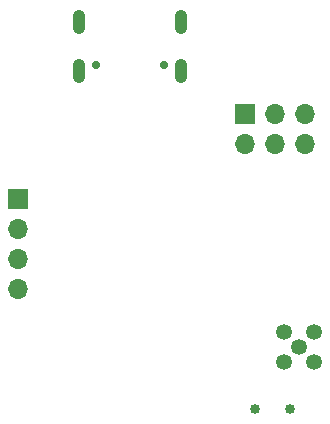
<source format=gbr>
%TF.GenerationSoftware,KiCad,Pcbnew,(6.0.1)*%
%TF.CreationDate,2022-03-08T02:05:38-07:00*%
%TF.ProjectId,ESP32-PICO-D4-BreakoutBoard,45535033-322d-4504-9943-4f2d44342d42,rev?*%
%TF.SameCoordinates,Original*%
%TF.FileFunction,Soldermask,Bot*%
%TF.FilePolarity,Negative*%
%FSLAX46Y46*%
G04 Gerber Fmt 4.6, Leading zero omitted, Abs format (unit mm)*
G04 Created by KiCad (PCBNEW (6.0.1)) date 2022-03-08 02:05:38*
%MOMM*%
%LPD*%
G01*
G04 APERTURE LIST*
%ADD10C,1.348000*%
%ADD11R,1.700000X1.700000*%
%ADD12O,1.700000X1.700000*%
%ADD13C,0.850000*%
%ADD14C,0.700000*%
%ADD15O,1.050000X2.100000*%
G04 APERTURE END LIST*
D10*
%TO.C,AE2*%
X139847500Y-117000000D03*
X138577500Y-118270000D03*
X138577500Y-115730000D03*
X141117500Y-115730000D03*
X141117500Y-118270000D03*
%TD*%
D11*
%TO.C,J1*%
X116009022Y-104450000D03*
D12*
X116009022Y-106990000D03*
X116009022Y-109530000D03*
X116009022Y-112070000D03*
%TD*%
D13*
%TO.C,SW3*%
X136060000Y-122250000D03*
X139060000Y-122250000D03*
%TD*%
D11*
%TO.C,J2*%
X135234022Y-97285000D03*
D12*
X135234022Y-99825000D03*
X137774022Y-97285000D03*
X137774022Y-99825000D03*
X140314022Y-97285000D03*
X140314022Y-99825000D03*
%TD*%
D14*
%TO.C,USB1*%
X128390000Y-93150000D03*
X122610000Y-93150000D03*
D15*
X129820000Y-93680000D03*
X121180000Y-93680000D03*
X129820000Y-89500000D03*
X121180000Y-89500000D03*
%TD*%
M02*

</source>
